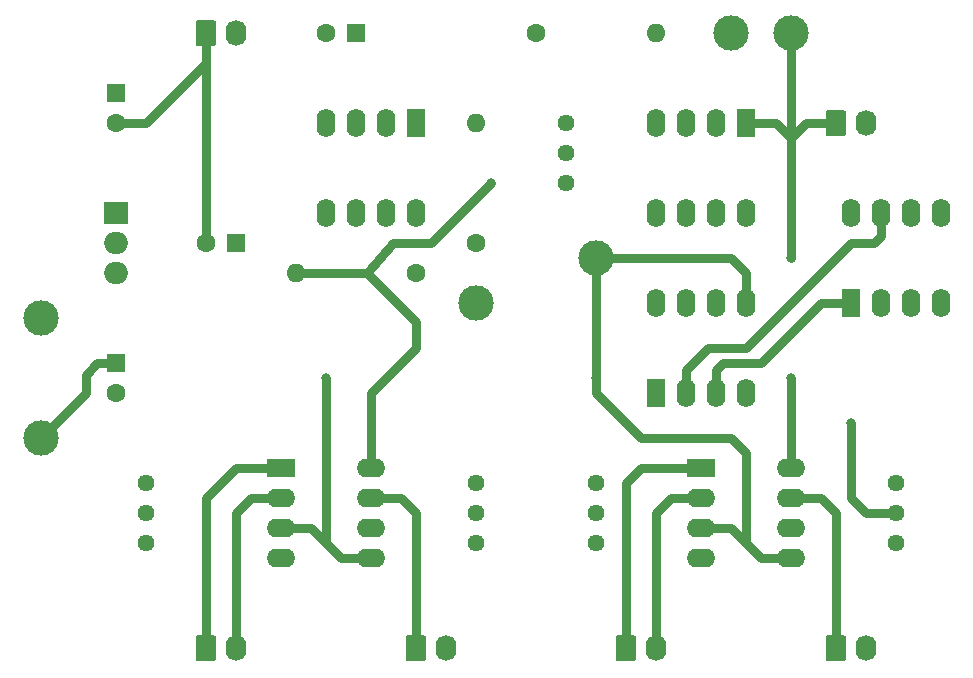
<source format=gbr>
G04 #@! TF.GenerationSoftware,KiCad,Pcbnew,5.1.2+dfsg1-1*
G04 #@! TF.CreationDate,2019-06-11T14:10:43-05:00*
G04 #@! TF.ProjectId,galvanostat,67616c76-616e-46f7-9374-61742e6b6963,C*
G04 #@! TF.SameCoordinates,Original*
G04 #@! TF.FileFunction,Copper,L1,Top*
G04 #@! TF.FilePolarity,Positive*
%FSLAX46Y46*%
G04 Gerber Fmt 4.6, Leading zero omitted, Abs format (unit mm)*
G04 Created by KiCad (PCBNEW 5.1.2+dfsg1-1) date 2019-06-11 14:10:43*
%MOMM*%
%LPD*%
G04 APERTURE LIST*
%ADD10O,1.740000X2.200000*%
%ADD11C,0.100000*%
%ADD12C,1.740000*%
%ADD13O,2.400000X1.600000*%
%ADD14R,2.400000X1.600000*%
%ADD15C,1.440000*%
%ADD16O,1.600000X2.400000*%
%ADD17R,1.600000X2.400000*%
%ADD18R,1.600000X1.600000*%
%ADD19C,1.600000*%
%ADD20O,1.600000X1.600000*%
%ADD21R,2.000000X1.905000*%
%ADD22O,2.000000X1.905000*%
%ADD23C,3.000000*%
%ADD24C,0.800000*%
%ADD25C,0.762000*%
G04 APERTURE END LIST*
D10*
X124460000Y-102870000D03*
D11*
G36*
X122564505Y-101771204D02*
G01*
X122588773Y-101774804D01*
X122612572Y-101780765D01*
X122635671Y-101789030D01*
X122657850Y-101799520D01*
X122678893Y-101812132D01*
X122698599Y-101826747D01*
X122716777Y-101843223D01*
X122733253Y-101861401D01*
X122747868Y-101881107D01*
X122760480Y-101902150D01*
X122770970Y-101924329D01*
X122779235Y-101947428D01*
X122785196Y-101971227D01*
X122788796Y-101995495D01*
X122790000Y-102019999D01*
X122790000Y-103720001D01*
X122788796Y-103744505D01*
X122785196Y-103768773D01*
X122779235Y-103792572D01*
X122770970Y-103815671D01*
X122760480Y-103837850D01*
X122747868Y-103858893D01*
X122733253Y-103878599D01*
X122716777Y-103896777D01*
X122698599Y-103913253D01*
X122678893Y-103927868D01*
X122657850Y-103940480D01*
X122635671Y-103950970D01*
X122612572Y-103959235D01*
X122588773Y-103965196D01*
X122564505Y-103968796D01*
X122540001Y-103970000D01*
X121299999Y-103970000D01*
X121275495Y-103968796D01*
X121251227Y-103965196D01*
X121227428Y-103959235D01*
X121204329Y-103950970D01*
X121182150Y-103940480D01*
X121161107Y-103927868D01*
X121141401Y-103913253D01*
X121123223Y-103896777D01*
X121106747Y-103878599D01*
X121092132Y-103858893D01*
X121079520Y-103837850D01*
X121069030Y-103815671D01*
X121060765Y-103792572D01*
X121054804Y-103768773D01*
X121051204Y-103744505D01*
X121050000Y-103720001D01*
X121050000Y-102019999D01*
X121051204Y-101995495D01*
X121054804Y-101971227D01*
X121060765Y-101947428D01*
X121069030Y-101924329D01*
X121079520Y-101902150D01*
X121092132Y-101881107D01*
X121106747Y-101861401D01*
X121123223Y-101843223D01*
X121141401Y-101826747D01*
X121161107Y-101812132D01*
X121182150Y-101799520D01*
X121204329Y-101789030D01*
X121227428Y-101780765D01*
X121251227Y-101774804D01*
X121275495Y-101771204D01*
X121299999Y-101770000D01*
X122540001Y-101770000D01*
X122564505Y-101771204D01*
X122564505Y-101771204D01*
G37*
D12*
X121920000Y-102870000D03*
D13*
X135890000Y-87630000D03*
X128270000Y-95250000D03*
X135890000Y-90170000D03*
X128270000Y-92710000D03*
X135890000Y-92710000D03*
X128270000Y-90170000D03*
X135890000Y-95250000D03*
D14*
X128270000Y-87630000D03*
D15*
X144780000Y-93980000D03*
X144780000Y-91440000D03*
X144780000Y-88900000D03*
X119380000Y-93980000D03*
X119380000Y-91440000D03*
X119380000Y-88900000D03*
D10*
X142240000Y-102870000D03*
D11*
G36*
X140344505Y-101771204D02*
G01*
X140368773Y-101774804D01*
X140392572Y-101780765D01*
X140415671Y-101789030D01*
X140437850Y-101799520D01*
X140458893Y-101812132D01*
X140478599Y-101826747D01*
X140496777Y-101843223D01*
X140513253Y-101861401D01*
X140527868Y-101881107D01*
X140540480Y-101902150D01*
X140550970Y-101924329D01*
X140559235Y-101947428D01*
X140565196Y-101971227D01*
X140568796Y-101995495D01*
X140570000Y-102019999D01*
X140570000Y-103720001D01*
X140568796Y-103744505D01*
X140565196Y-103768773D01*
X140559235Y-103792572D01*
X140550970Y-103815671D01*
X140540480Y-103837850D01*
X140527868Y-103858893D01*
X140513253Y-103878599D01*
X140496777Y-103896777D01*
X140478599Y-103913253D01*
X140458893Y-103927868D01*
X140437850Y-103940480D01*
X140415671Y-103950970D01*
X140392572Y-103959235D01*
X140368773Y-103965196D01*
X140344505Y-103968796D01*
X140320001Y-103970000D01*
X139079999Y-103970000D01*
X139055495Y-103968796D01*
X139031227Y-103965196D01*
X139007428Y-103959235D01*
X138984329Y-103950970D01*
X138962150Y-103940480D01*
X138941107Y-103927868D01*
X138921401Y-103913253D01*
X138903223Y-103896777D01*
X138886747Y-103878599D01*
X138872132Y-103858893D01*
X138859520Y-103837850D01*
X138849030Y-103815671D01*
X138840765Y-103792572D01*
X138834804Y-103768773D01*
X138831204Y-103744505D01*
X138830000Y-103720001D01*
X138830000Y-102019999D01*
X138831204Y-101995495D01*
X138834804Y-101971227D01*
X138840765Y-101947428D01*
X138849030Y-101924329D01*
X138859520Y-101902150D01*
X138872132Y-101881107D01*
X138886747Y-101861401D01*
X138903223Y-101843223D01*
X138921401Y-101826747D01*
X138941107Y-101812132D01*
X138962150Y-101799520D01*
X138984329Y-101789030D01*
X139007428Y-101780765D01*
X139031227Y-101774804D01*
X139055495Y-101771204D01*
X139079999Y-101770000D01*
X140320001Y-101770000D01*
X140344505Y-101771204D01*
X140344505Y-101771204D01*
G37*
D12*
X139700000Y-102870000D03*
D16*
X104140000Y-66040000D03*
X96520000Y-58420000D03*
X101600000Y-66040000D03*
X99060000Y-58420000D03*
X99060000Y-66040000D03*
X101600000Y-58420000D03*
X96520000Y-66040000D03*
D17*
X104140000Y-58420000D03*
D18*
X78740000Y-55880000D03*
D19*
X78740000Y-58380000D03*
X78740000Y-81240000D03*
D18*
X78740000Y-78740000D03*
D15*
X109220000Y-93980000D03*
X109220000Y-91440000D03*
X109220000Y-88900000D03*
X81280000Y-88900000D03*
X81280000Y-91440000D03*
X81280000Y-93980000D03*
D18*
X99060000Y-50800000D03*
D19*
X96560000Y-50800000D03*
D15*
X116840000Y-63500000D03*
X116840000Y-60960000D03*
X116840000Y-58420000D03*
D10*
X88900000Y-50800000D03*
D11*
G36*
X87004505Y-49701204D02*
G01*
X87028773Y-49704804D01*
X87052572Y-49710765D01*
X87075671Y-49719030D01*
X87097850Y-49729520D01*
X87118893Y-49742132D01*
X87138599Y-49756747D01*
X87156777Y-49773223D01*
X87173253Y-49791401D01*
X87187868Y-49811107D01*
X87200480Y-49832150D01*
X87210970Y-49854329D01*
X87219235Y-49877428D01*
X87225196Y-49901227D01*
X87228796Y-49925495D01*
X87230000Y-49949999D01*
X87230000Y-51650001D01*
X87228796Y-51674505D01*
X87225196Y-51698773D01*
X87219235Y-51722572D01*
X87210970Y-51745671D01*
X87200480Y-51767850D01*
X87187868Y-51788893D01*
X87173253Y-51808599D01*
X87156777Y-51826777D01*
X87138599Y-51843253D01*
X87118893Y-51857868D01*
X87097850Y-51870480D01*
X87075671Y-51880970D01*
X87052572Y-51889235D01*
X87028773Y-51895196D01*
X87004505Y-51898796D01*
X86980001Y-51900000D01*
X85739999Y-51900000D01*
X85715495Y-51898796D01*
X85691227Y-51895196D01*
X85667428Y-51889235D01*
X85644329Y-51880970D01*
X85622150Y-51870480D01*
X85601107Y-51857868D01*
X85581401Y-51843253D01*
X85563223Y-51826777D01*
X85546747Y-51808599D01*
X85532132Y-51788893D01*
X85519520Y-51767850D01*
X85509030Y-51745671D01*
X85500765Y-51722572D01*
X85494804Y-51698773D01*
X85491204Y-51674505D01*
X85490000Y-51650001D01*
X85490000Y-49949999D01*
X85491204Y-49925495D01*
X85494804Y-49901227D01*
X85500765Y-49877428D01*
X85509030Y-49854329D01*
X85519520Y-49832150D01*
X85532132Y-49811107D01*
X85546747Y-49791401D01*
X85563223Y-49773223D01*
X85581401Y-49756747D01*
X85601107Y-49742132D01*
X85622150Y-49729520D01*
X85644329Y-49719030D01*
X85667428Y-49710765D01*
X85691227Y-49704804D01*
X85715495Y-49701204D01*
X85739999Y-49700000D01*
X86980001Y-49700000D01*
X87004505Y-49701204D01*
X87004505Y-49701204D01*
G37*
D12*
X86360000Y-50800000D03*
D11*
G36*
X87004505Y-101771204D02*
G01*
X87028773Y-101774804D01*
X87052572Y-101780765D01*
X87075671Y-101789030D01*
X87097850Y-101799520D01*
X87118893Y-101812132D01*
X87138599Y-101826747D01*
X87156777Y-101843223D01*
X87173253Y-101861401D01*
X87187868Y-101881107D01*
X87200480Y-101902150D01*
X87210970Y-101924329D01*
X87219235Y-101947428D01*
X87225196Y-101971227D01*
X87228796Y-101995495D01*
X87230000Y-102019999D01*
X87230000Y-103720001D01*
X87228796Y-103744505D01*
X87225196Y-103768773D01*
X87219235Y-103792572D01*
X87210970Y-103815671D01*
X87200480Y-103837850D01*
X87187868Y-103858893D01*
X87173253Y-103878599D01*
X87156777Y-103896777D01*
X87138599Y-103913253D01*
X87118893Y-103927868D01*
X87097850Y-103940480D01*
X87075671Y-103950970D01*
X87052572Y-103959235D01*
X87028773Y-103965196D01*
X87004505Y-103968796D01*
X86980001Y-103970000D01*
X85739999Y-103970000D01*
X85715495Y-103968796D01*
X85691227Y-103965196D01*
X85667428Y-103959235D01*
X85644329Y-103950970D01*
X85622150Y-103940480D01*
X85601107Y-103927868D01*
X85581401Y-103913253D01*
X85563223Y-103896777D01*
X85546747Y-103878599D01*
X85532132Y-103858893D01*
X85519520Y-103837850D01*
X85509030Y-103815671D01*
X85500765Y-103792572D01*
X85494804Y-103768773D01*
X85491204Y-103744505D01*
X85490000Y-103720001D01*
X85490000Y-102019999D01*
X85491204Y-101995495D01*
X85494804Y-101971227D01*
X85500765Y-101947428D01*
X85509030Y-101924329D01*
X85519520Y-101902150D01*
X85532132Y-101881107D01*
X85546747Y-101861401D01*
X85563223Y-101843223D01*
X85581401Y-101826747D01*
X85601107Y-101812132D01*
X85622150Y-101799520D01*
X85644329Y-101789030D01*
X85667428Y-101780765D01*
X85691227Y-101774804D01*
X85715495Y-101771204D01*
X85739999Y-101770000D01*
X86980001Y-101770000D01*
X87004505Y-101771204D01*
X87004505Y-101771204D01*
G37*
D12*
X86360000Y-102870000D03*
D10*
X88900000Y-102870000D03*
D11*
G36*
X104784505Y-101771204D02*
G01*
X104808773Y-101774804D01*
X104832572Y-101780765D01*
X104855671Y-101789030D01*
X104877850Y-101799520D01*
X104898893Y-101812132D01*
X104918599Y-101826747D01*
X104936777Y-101843223D01*
X104953253Y-101861401D01*
X104967868Y-101881107D01*
X104980480Y-101902150D01*
X104990970Y-101924329D01*
X104999235Y-101947428D01*
X105005196Y-101971227D01*
X105008796Y-101995495D01*
X105010000Y-102019999D01*
X105010000Y-103720001D01*
X105008796Y-103744505D01*
X105005196Y-103768773D01*
X104999235Y-103792572D01*
X104990970Y-103815671D01*
X104980480Y-103837850D01*
X104967868Y-103858893D01*
X104953253Y-103878599D01*
X104936777Y-103896777D01*
X104918599Y-103913253D01*
X104898893Y-103927868D01*
X104877850Y-103940480D01*
X104855671Y-103950970D01*
X104832572Y-103959235D01*
X104808773Y-103965196D01*
X104784505Y-103968796D01*
X104760001Y-103970000D01*
X103519999Y-103970000D01*
X103495495Y-103968796D01*
X103471227Y-103965196D01*
X103447428Y-103959235D01*
X103424329Y-103950970D01*
X103402150Y-103940480D01*
X103381107Y-103927868D01*
X103361401Y-103913253D01*
X103343223Y-103896777D01*
X103326747Y-103878599D01*
X103312132Y-103858893D01*
X103299520Y-103837850D01*
X103289030Y-103815671D01*
X103280765Y-103792572D01*
X103274804Y-103768773D01*
X103271204Y-103744505D01*
X103270000Y-103720001D01*
X103270000Y-102019999D01*
X103271204Y-101995495D01*
X103274804Y-101971227D01*
X103280765Y-101947428D01*
X103289030Y-101924329D01*
X103299520Y-101902150D01*
X103312132Y-101881107D01*
X103326747Y-101861401D01*
X103343223Y-101843223D01*
X103361401Y-101826747D01*
X103381107Y-101812132D01*
X103402150Y-101799520D01*
X103424329Y-101789030D01*
X103447428Y-101780765D01*
X103471227Y-101774804D01*
X103495495Y-101771204D01*
X103519999Y-101770000D01*
X104760001Y-101770000D01*
X104784505Y-101771204D01*
X104784505Y-101771204D01*
G37*
D12*
X104140000Y-102870000D03*
D10*
X106680000Y-102870000D03*
X142240000Y-58420000D03*
D11*
G36*
X140344505Y-57321204D02*
G01*
X140368773Y-57324804D01*
X140392572Y-57330765D01*
X140415671Y-57339030D01*
X140437850Y-57349520D01*
X140458893Y-57362132D01*
X140478599Y-57376747D01*
X140496777Y-57393223D01*
X140513253Y-57411401D01*
X140527868Y-57431107D01*
X140540480Y-57452150D01*
X140550970Y-57474329D01*
X140559235Y-57497428D01*
X140565196Y-57521227D01*
X140568796Y-57545495D01*
X140570000Y-57569999D01*
X140570000Y-59270001D01*
X140568796Y-59294505D01*
X140565196Y-59318773D01*
X140559235Y-59342572D01*
X140550970Y-59365671D01*
X140540480Y-59387850D01*
X140527868Y-59408893D01*
X140513253Y-59428599D01*
X140496777Y-59446777D01*
X140478599Y-59463253D01*
X140458893Y-59477868D01*
X140437850Y-59490480D01*
X140415671Y-59500970D01*
X140392572Y-59509235D01*
X140368773Y-59515196D01*
X140344505Y-59518796D01*
X140320001Y-59520000D01*
X139079999Y-59520000D01*
X139055495Y-59518796D01*
X139031227Y-59515196D01*
X139007428Y-59509235D01*
X138984329Y-59500970D01*
X138962150Y-59490480D01*
X138941107Y-59477868D01*
X138921401Y-59463253D01*
X138903223Y-59446777D01*
X138886747Y-59428599D01*
X138872132Y-59408893D01*
X138859520Y-59387850D01*
X138849030Y-59365671D01*
X138840765Y-59342572D01*
X138834804Y-59318773D01*
X138831204Y-59294505D01*
X138830000Y-59270001D01*
X138830000Y-57569999D01*
X138831204Y-57545495D01*
X138834804Y-57521227D01*
X138840765Y-57497428D01*
X138849030Y-57474329D01*
X138859520Y-57452150D01*
X138872132Y-57431107D01*
X138886747Y-57411401D01*
X138903223Y-57393223D01*
X138921401Y-57376747D01*
X138941107Y-57362132D01*
X138962150Y-57349520D01*
X138984329Y-57339030D01*
X139007428Y-57330765D01*
X139031227Y-57324804D01*
X139055495Y-57321204D01*
X139079999Y-57320000D01*
X140320001Y-57320000D01*
X140344505Y-57321204D01*
X140344505Y-57321204D01*
G37*
D12*
X139700000Y-58420000D03*
D18*
X88900000Y-68580000D03*
D19*
X86400000Y-68580000D03*
X114300000Y-50800000D03*
D20*
X124460000Y-50800000D03*
D21*
X78740000Y-66040000D03*
D22*
X78740000Y-68580000D03*
X78740000Y-71120000D03*
D17*
X132080000Y-58420000D03*
D16*
X124460000Y-66040000D03*
X129540000Y-58420000D03*
X127000000Y-66040000D03*
X127000000Y-58420000D03*
X129540000Y-66040000D03*
X124460000Y-58420000D03*
X132080000Y-66040000D03*
X140970000Y-66040000D03*
X148590000Y-73660000D03*
X143510000Y-66040000D03*
X146050000Y-73660000D03*
X146050000Y-66040000D03*
X143510000Y-73660000D03*
X148590000Y-66040000D03*
D17*
X140970000Y-73660000D03*
X124460000Y-81280000D03*
D16*
X132080000Y-73660000D03*
X127000000Y-81280000D03*
X129540000Y-73660000D03*
X129540000Y-81280000D03*
X127000000Y-73660000D03*
X132080000Y-81280000D03*
X124460000Y-73660000D03*
D14*
X92710000Y-87630000D03*
D13*
X100330000Y-95250000D03*
X92710000Y-90170000D03*
X100330000Y-92710000D03*
X92710000Y-92710000D03*
X100330000Y-90170000D03*
X92710000Y-95250000D03*
X100330000Y-87630000D03*
D23*
X72390000Y-74930000D03*
X72390000Y-85090000D03*
X135890000Y-50800000D03*
X130810000Y-50800000D03*
X109220000Y-73660000D03*
X119380000Y-69850000D03*
D20*
X93980000Y-71120000D03*
D19*
X104140000Y-71120000D03*
X109220000Y-68580000D03*
D20*
X109220000Y-58420000D03*
D24*
X110490000Y-63500000D03*
X135890000Y-80010000D03*
X140970000Y-83820000D03*
X135890000Y-69850000D03*
X119380000Y-80010000D03*
X96520000Y-80010000D03*
D25*
X93980000Y-71120000D02*
X99060000Y-71120000D01*
X99060000Y-71120000D02*
X99695000Y-71120000D01*
X102235000Y-68580000D02*
X105410000Y-68580000D01*
X105410000Y-68580000D02*
X110490000Y-63500000D01*
X104140000Y-77470000D02*
X104140000Y-75259000D01*
X104140000Y-75259000D02*
X100001000Y-71120000D01*
X99695000Y-71120000D02*
X100001000Y-71120000D01*
X100001000Y-71120000D02*
X102235000Y-68580000D01*
X110490000Y-63500000D02*
X110490000Y-63500000D01*
X100330000Y-81280000D02*
X104140000Y-77470000D01*
X100330000Y-87630000D02*
X100330000Y-81280000D01*
X135890000Y-80010000D02*
X135890000Y-87630000D01*
X77178000Y-78740000D02*
X78740000Y-78740000D01*
X76200000Y-79718000D02*
X77178000Y-78740000D01*
X76200000Y-81280000D02*
X76200000Y-79718000D01*
X72390000Y-85090000D02*
X76200000Y-81280000D01*
X92710000Y-95250000D02*
X93110000Y-95250000D01*
X140970000Y-83820000D02*
X140970000Y-90170000D01*
X140970000Y-90170000D02*
X142240000Y-91440000D01*
X142240000Y-91440000D02*
X144780000Y-91440000D01*
X86400000Y-50840000D02*
X86360000Y-50800000D01*
X78740000Y-58380000D02*
X81320000Y-58380000D01*
X86400000Y-68580000D02*
X86400000Y-53300000D01*
X81320000Y-58380000D02*
X86400000Y-53300000D01*
X86400000Y-53300000D02*
X86400000Y-50840000D01*
X102870000Y-90170000D02*
X100330000Y-90170000D01*
X104140000Y-102870000D02*
X104140000Y-91440000D01*
X104140000Y-91440000D02*
X102870000Y-90170000D01*
X90170000Y-90170000D02*
X92710000Y-90170000D01*
X88900000Y-102870000D02*
X88900000Y-91440000D01*
X88900000Y-91440000D02*
X90170000Y-90170000D01*
X86360000Y-102870000D02*
X86360000Y-90170000D01*
X86360000Y-90170000D02*
X88900000Y-87630000D01*
X88900000Y-87630000D02*
X92710000Y-87630000D01*
X135890000Y-63500000D02*
X135890000Y-69850000D01*
X132080000Y-58420000D02*
X134620000Y-58420000D01*
X134620000Y-58420000D02*
X135890000Y-59690000D01*
X135890000Y-63500000D02*
X135890000Y-59690000D01*
X135890000Y-59690000D02*
X135890000Y-50800000D01*
X135890000Y-59690000D02*
X137160000Y-58420000D01*
X137160000Y-58420000D02*
X139700000Y-58420000D01*
X143510000Y-68002000D02*
X143510000Y-66040000D01*
X140970000Y-68580000D02*
X142932000Y-68580000D01*
X132080000Y-77470000D02*
X140970000Y-68580000D01*
X142932000Y-68580000D02*
X143510000Y-68002000D01*
X127000000Y-81280000D02*
X127000000Y-79318000D01*
X127000000Y-79318000D02*
X128848000Y-77470000D01*
X128848000Y-77470000D02*
X132080000Y-77470000D01*
X129540000Y-79318000D02*
X130118000Y-78740000D01*
X129540000Y-81280000D02*
X129540000Y-79318000D01*
X130118000Y-78740000D02*
X133350000Y-78740000D01*
X138430000Y-73660000D02*
X140970000Y-73660000D01*
X133350000Y-78740000D02*
X138430000Y-73660000D01*
X128270000Y-92710000D02*
X130810000Y-92710000D01*
X133350000Y-95250000D02*
X135890000Y-95250000D01*
X92710000Y-92710000D02*
X95250000Y-92710000D01*
X97790000Y-95250000D02*
X100330000Y-95250000D01*
X132080000Y-73660000D02*
X132080000Y-71120000D01*
X132080000Y-71120000D02*
X130810000Y-69850000D01*
X130810000Y-69850000D02*
X119380000Y-69850000D01*
X96520000Y-93980000D02*
X97790000Y-95250000D01*
X95250000Y-92710000D02*
X96520000Y-93980000D01*
X119380000Y-78740000D02*
X119380000Y-69850000D01*
X119380000Y-81280000D02*
X123190000Y-85090000D01*
X123190000Y-85090000D02*
X130810000Y-85090000D01*
X132080000Y-86360000D02*
X132080000Y-93980000D01*
X130810000Y-85090000D02*
X132080000Y-86360000D01*
X130810000Y-92710000D02*
X132080000Y-93980000D01*
X132080000Y-93980000D02*
X133350000Y-95250000D01*
X119380000Y-80010000D02*
X119380000Y-81280000D01*
X119380000Y-78740000D02*
X119380000Y-80010000D01*
X96520000Y-80010000D02*
X96520000Y-93980000D01*
X124460000Y-102870000D02*
X124460000Y-91440000D01*
X125730000Y-90170000D02*
X128270000Y-90170000D01*
X124460000Y-91440000D02*
X125730000Y-90170000D01*
X121920000Y-102870000D02*
X121920000Y-88900000D01*
X123190000Y-87630000D02*
X128270000Y-87630000D01*
X121920000Y-88900000D02*
X123190000Y-87630000D01*
X138430000Y-90170000D02*
X135890000Y-90170000D01*
X139700000Y-102870000D02*
X139700000Y-91440000D01*
X139700000Y-91440000D02*
X138430000Y-90170000D01*
M02*

</source>
